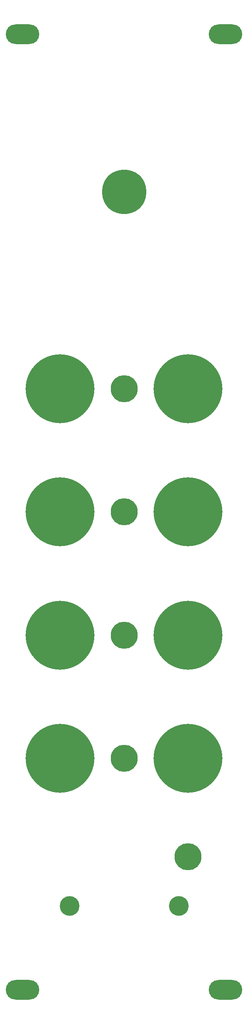
<source format=gbr>
G04 #@! TF.GenerationSoftware,KiCad,Pcbnew,5.1.9-73d0e3b20d~88~ubuntu20.04.1*
G04 #@! TF.CreationDate,2021-03-06T16:40:51-05:00*
G04 #@! TF.ProjectId,MCVI-panel,4d435649-2d70-4616-9e65-6c2e6b696361,rev?*
G04 #@! TF.SameCoordinates,Original*
G04 #@! TF.FileFunction,Copper,L2,Bot*
G04 #@! TF.FilePolarity,Positive*
%FSLAX46Y46*%
G04 Gerber Fmt 4.6, Leading zero omitted, Abs format (unit mm)*
G04 Created by KiCad (PCBNEW 5.1.9-73d0e3b20d~88~ubuntu20.04.1) date 2021-03-06 16:40:51*
%MOMM*%
%LPD*%
G01*
G04 APERTURE LIST*
G04 #@! TA.AperFunction,ComponentPad*
%ADD10C,4.000000*%
G04 #@! TD*
G04 #@! TA.AperFunction,ComponentPad*
%ADD11O,6.800000X4.000000*%
G04 #@! TD*
G04 #@! TA.AperFunction,ComponentPad*
%ADD12C,14.000000*%
G04 #@! TD*
G04 #@! TA.AperFunction,ComponentPad*
%ADD13C,5.500000*%
G04 #@! TD*
G04 #@! TA.AperFunction,ComponentPad*
%ADD14C,9.000000*%
G04 #@! TD*
G04 APERTURE END LIST*
D10*
X52200000Y-187600000D03*
X30000000Y-187600000D03*
D11*
X61700000Y-204600000D03*
X61700000Y-10600000D03*
X20500000Y-10600000D03*
X20500000Y-204600000D03*
D12*
X54100000Y-82600000D03*
X28100000Y-82600000D03*
X28100000Y-107600000D03*
X54100000Y-107600000D03*
X54100000Y-132600000D03*
X28100000Y-132600000D03*
D13*
X54100000Y-177600000D03*
X41100000Y-157600000D03*
X41100000Y-132600000D03*
D12*
X28100000Y-157600000D03*
X54100000Y-157600000D03*
D13*
X41100000Y-132600000D03*
X41100000Y-82600000D03*
X41100000Y-107600000D03*
D14*
X41100000Y-42600000D03*
M02*

</source>
